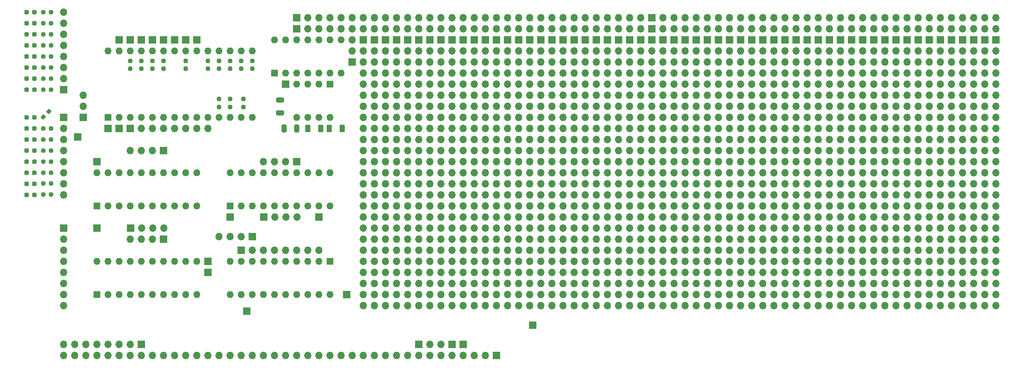
<source format=gbr>
%TF.GenerationSoftware,KiCad,Pcbnew,7.0.5*%
%TF.CreationDate,2024-08-12T05:07:02-04:00*%
%TF.ProjectId,smaller_card,736d616c-6c65-4725-9f63-6172642e6b69,rev?*%
%TF.SameCoordinates,Original*%
%TF.FileFunction,Soldermask,Bot*%
%TF.FilePolarity,Negative*%
%FSLAX46Y46*%
G04 Gerber Fmt 4.6, Leading zero omitted, Abs format (unit mm)*
G04 Created by KiCad (PCBNEW 7.0.5) date 2024-08-12 05:07:02*
%MOMM*%
%LPD*%
G01*
G04 APERTURE LIST*
G04 Aperture macros list*
%AMRoundRect*
0 Rectangle with rounded corners*
0 $1 Rounding radius*
0 $2 $3 $4 $5 $6 $7 $8 $9 X,Y pos of 4 corners*
0 Add a 4 corners polygon primitive as box body*
4,1,4,$2,$3,$4,$5,$6,$7,$8,$9,$2,$3,0*
0 Add four circle primitives for the rounded corners*
1,1,$1+$1,$2,$3*
1,1,$1+$1,$4,$5*
1,1,$1+$1,$6,$7*
1,1,$1+$1,$8,$9*
0 Add four rect primitives between the rounded corners*
20,1,$1+$1,$2,$3,$4,$5,0*
20,1,$1+$1,$4,$5,$6,$7,0*
20,1,$1+$1,$6,$7,$8,$9,0*
20,1,$1+$1,$8,$9,$2,$3,0*%
G04 Aperture macros list end*
%ADD10R,1.700000X1.700000*%
%ADD11O,1.700000X1.700000*%
%ADD12R,1.600000X1.600000*%
%ADD13O,1.600000X1.600000*%
%ADD14RoundRect,0.237500X0.237500X-0.250000X0.237500X0.250000X-0.237500X0.250000X-0.237500X-0.250000X0*%
%ADD15RoundRect,0.237500X-0.237500X0.250000X-0.237500X-0.250000X0.237500X-0.250000X0.237500X0.250000X0*%
%ADD16RoundRect,0.250000X0.325000X0.650000X-0.325000X0.650000X-0.325000X-0.650000X0.325000X-0.650000X0*%
%ADD17RoundRect,0.250000X-0.650000X0.325000X-0.650000X-0.325000X0.650000X-0.325000X0.650000X0.325000X0*%
%ADD18RoundRect,0.250000X-0.312500X-0.625000X0.312500X-0.625000X0.312500X0.625000X-0.312500X0.625000X0*%
%ADD19RoundRect,0.237500X0.250000X0.237500X-0.250000X0.237500X-0.250000X-0.237500X0.250000X-0.237500X0*%
%ADD20RoundRect,0.237500X-0.250000X-0.237500X0.250000X-0.237500X0.250000X0.237500X-0.250000X0.237500X0*%
%ADD21RoundRect,0.237500X-0.008839X-0.344715X0.344715X0.008839X0.008839X0.344715X-0.344715X-0.008839X0*%
%ADD22RoundRect,0.237500X-0.287500X-0.237500X0.287500X-0.237500X0.287500X0.237500X-0.287500X0.237500X0*%
%ADD23RoundRect,0.237500X0.287500X0.237500X-0.287500X0.237500X-0.287500X-0.237500X0.287500X-0.237500X0*%
G04 APERTURE END LIST*
D10*
%TO.C,J29*%
X188595000Y-132715000D03*
%TD*%
%TO.C,J12*%
X85725000Y-85090000D03*
D11*
X85725000Y-82550000D03*
X85725000Y-80010000D03*
%TD*%
D10*
%TO.C,J18*%
X84455000Y-89535000D03*
%TD*%
D12*
%TO.C,U5*%
X129540000Y-74930000D03*
D13*
X132080000Y-74930000D03*
X134620000Y-74930000D03*
X137160000Y-74930000D03*
X139700000Y-74930000D03*
X142240000Y-74930000D03*
X144780000Y-74930000D03*
X144780000Y-67310000D03*
X142240000Y-67310000D03*
X139700000Y-67310000D03*
X137160000Y-67310000D03*
X134620000Y-67310000D03*
X132080000Y-67310000D03*
X129540000Y-67310000D03*
%TD*%
D10*
%TO.C,J42*%
X134620000Y-64770000D03*
D11*
X137160000Y-64770000D03*
X139700000Y-64770000D03*
X142240000Y-64770000D03*
X144780000Y-64770000D03*
X147320000Y-64770000D03*
X149860000Y-64770000D03*
X152400000Y-64770000D03*
X154940000Y-64770000D03*
X157480000Y-64770000D03*
X160020000Y-64770000D03*
X162560000Y-64770000D03*
X165100000Y-64770000D03*
X167640000Y-64770000D03*
X170180000Y-64770000D03*
X172720000Y-64770000D03*
X175260000Y-64770000D03*
X177800000Y-64770000D03*
X180340000Y-64770000D03*
X182880000Y-64770000D03*
X185420000Y-64770000D03*
X187960000Y-64770000D03*
X190500000Y-64770000D03*
X193040000Y-64770000D03*
X195580000Y-64770000D03*
X198120000Y-64770000D03*
X200660000Y-64770000D03*
X203200000Y-64770000D03*
X205740000Y-64770000D03*
X208280000Y-64770000D03*
X210820000Y-64770000D03*
X213360000Y-64770000D03*
%TD*%
D10*
%TO.C,J41*%
X134620000Y-62230000D03*
D11*
X137160000Y-62230000D03*
X139700000Y-62230000D03*
X142240000Y-62230000D03*
X144780000Y-62230000D03*
X147320000Y-62230000D03*
X149860000Y-62230000D03*
X152400000Y-62230000D03*
X154940000Y-62230000D03*
X157480000Y-62230000D03*
X160020000Y-62230000D03*
X162560000Y-62230000D03*
X165100000Y-62230000D03*
X167640000Y-62230000D03*
X170180000Y-62230000D03*
X172720000Y-62230000D03*
X175260000Y-62230000D03*
X177800000Y-62230000D03*
X180340000Y-62230000D03*
X182880000Y-62230000D03*
X185420000Y-62230000D03*
X187960000Y-62230000D03*
X190500000Y-62230000D03*
X193040000Y-62230000D03*
X195580000Y-62230000D03*
X198120000Y-62230000D03*
X200660000Y-62230000D03*
X203200000Y-62230000D03*
X205740000Y-62230000D03*
X208280000Y-62230000D03*
X210820000Y-62230000D03*
X213360000Y-62230000D03*
%TD*%
D10*
%TO.C,J40*%
X88900000Y-110490000D03*
%TD*%
%TO.C,J39*%
X88900000Y-95250000D03*
%TD*%
%TO.C,J38*%
X114300000Y-120650000D03*
%TD*%
%TO.C,J37*%
X114300000Y-118110000D03*
%TD*%
%TO.C,J36*%
X119380000Y-107950000D03*
%TD*%
%TO.C,J35*%
X139700000Y-107950000D03*
%TD*%
%TO.C,J34*%
X123190000Y-129540000D03*
%TD*%
%TO.C,J33*%
X146050000Y-125730000D03*
%TD*%
%TO.C,J32*%
X215900000Y-62230000D03*
D11*
X218440000Y-62230000D03*
X220980000Y-62230000D03*
X223520000Y-62230000D03*
X226060000Y-62230000D03*
X228600000Y-62230000D03*
X231140000Y-62230000D03*
X233680000Y-62230000D03*
X236220000Y-62230000D03*
X238760000Y-62230000D03*
X241300000Y-62230000D03*
X243840000Y-62230000D03*
X246380000Y-62230000D03*
X248920000Y-62230000D03*
X251460000Y-62230000D03*
X254000000Y-62230000D03*
X256540000Y-62230000D03*
X259080000Y-62230000D03*
X261620000Y-62230000D03*
X264160000Y-62230000D03*
X266700000Y-62230000D03*
X269240000Y-62230000D03*
X271780000Y-62230000D03*
X274320000Y-62230000D03*
X276860000Y-62230000D03*
X279400000Y-62230000D03*
X281940000Y-62230000D03*
X284480000Y-62230000D03*
X287020000Y-62230000D03*
X289560000Y-62230000D03*
X292100000Y-62230000D03*
X294640000Y-62230000D03*
%TD*%
D10*
%TO.C,J31*%
X215900000Y-64770000D03*
D11*
X218440000Y-64770000D03*
X220980000Y-64770000D03*
X223520000Y-64770000D03*
X226060000Y-64770000D03*
X228600000Y-64770000D03*
X231140000Y-64770000D03*
X233680000Y-64770000D03*
X236220000Y-64770000D03*
X238760000Y-64770000D03*
X241300000Y-64770000D03*
X243840000Y-64770000D03*
X246380000Y-64770000D03*
X248920000Y-64770000D03*
X251460000Y-64770000D03*
X254000000Y-64770000D03*
X256540000Y-64770000D03*
X259080000Y-64770000D03*
X261620000Y-64770000D03*
X264160000Y-64770000D03*
X266700000Y-64770000D03*
X269240000Y-64770000D03*
X271780000Y-64770000D03*
X274320000Y-64770000D03*
X276860000Y-64770000D03*
X279400000Y-64770000D03*
X281940000Y-64770000D03*
X284480000Y-64770000D03*
X287020000Y-64770000D03*
X289560000Y-64770000D03*
X292100000Y-64770000D03*
X294640000Y-64770000D03*
%TD*%
D10*
%TO.C,JCol1*%
X152400000Y-67315000D03*
D11*
X152400000Y-69855000D03*
X152400000Y-72395000D03*
X152400000Y-74935000D03*
X152400000Y-77475000D03*
X152400000Y-80015000D03*
X152400000Y-82555000D03*
X152400000Y-85095000D03*
X152400000Y-87635000D03*
X152400000Y-90175000D03*
X152400000Y-92715000D03*
X152400000Y-95255000D03*
X152400000Y-97795000D03*
X152400000Y-100335000D03*
X152400000Y-102875000D03*
X152400000Y-105415000D03*
X152400000Y-107955000D03*
X152400000Y-110495000D03*
X152400000Y-113035000D03*
X152400000Y-115575000D03*
X152400000Y-118115000D03*
X152400000Y-120655000D03*
X152400000Y-123195000D03*
X152400000Y-125735000D03*
X152400000Y-128275000D03*
%TD*%
D10*
%TO.C,CONNECTIONS1*%
X149860000Y-67310000D03*
D11*
X149860000Y-69850000D03*
X149860000Y-72390000D03*
X149860000Y-74930000D03*
X149860000Y-77470000D03*
X149860000Y-80010000D03*
X149860000Y-82550000D03*
X149860000Y-85090000D03*
X149860000Y-87630000D03*
X149860000Y-90170000D03*
X149860000Y-92710000D03*
X149860000Y-95250000D03*
X149860000Y-97790000D03*
X149860000Y-100330000D03*
X149860000Y-102870000D03*
X149860000Y-105410000D03*
X149860000Y-107950000D03*
X149860000Y-110490000D03*
X149860000Y-113030000D03*
X149860000Y-115570000D03*
X149860000Y-118110000D03*
X149860000Y-120650000D03*
X149860000Y-123190000D03*
X149860000Y-125730000D03*
X149860000Y-128270000D03*
%TD*%
D10*
%TO.C,3V3*%
X170180000Y-137160000D03*
%TD*%
%TO.C,RST*%
X172720000Y-137160000D03*
%TD*%
%TO.C,J28*%
X132080000Y-77470000D03*
%TD*%
D14*
%TO.C,r86*%
X114300000Y-73937500D03*
X114300000Y-72112500D03*
%TD*%
%TO.C,r85*%
X116840000Y-73937500D03*
X116840000Y-72112500D03*
%TD*%
%TO.C,r84*%
X119380000Y-73937500D03*
X119380000Y-72112500D03*
%TD*%
%TO.C,r83*%
X121920000Y-73937500D03*
X121920000Y-72112500D03*
%TD*%
%TO.C,r82*%
X124460000Y-73937500D03*
X124460000Y-72112500D03*
%TD*%
D10*
%TO.C,J27*%
X111760000Y-67310000D03*
%TD*%
%TO.C,J26*%
X106680000Y-67310000D03*
%TD*%
%TO.C,J16*%
X93980000Y-67310000D03*
%TD*%
%TO.C,J25*%
X91440000Y-87630000D03*
%TD*%
%TO.C,J24*%
X96520000Y-67310000D03*
%TD*%
%TO.C,J23*%
X93980000Y-87630000D03*
%TD*%
%TO.C,J22*%
X104140000Y-67310000D03*
%TD*%
%TO.C,J21*%
X109220000Y-67310000D03*
%TD*%
%TO.C,J20*%
X101600000Y-67310000D03*
%TD*%
%TO.C,J19*%
X99060000Y-67310000D03*
%TD*%
%TO.C,J17*%
X96520000Y-87630000D03*
D11*
X99060000Y-87630000D03*
X101600000Y-87630000D03*
X104140000Y-87630000D03*
X106680000Y-87630000D03*
X109220000Y-87630000D03*
X111760000Y-87630000D03*
X114300000Y-87630000D03*
%TD*%
D12*
%TO.C,U4*%
X91440000Y-85090000D03*
D13*
X93980000Y-85090000D03*
X96520000Y-85090000D03*
X99060000Y-85090000D03*
X101600000Y-85090000D03*
X104140000Y-85090000D03*
X106680000Y-85090000D03*
X109220000Y-85090000D03*
X111760000Y-85090000D03*
X114300000Y-85090000D03*
X116840000Y-85090000D03*
X119380000Y-85090000D03*
X121920000Y-85090000D03*
X124460000Y-85090000D03*
X124460000Y-69850000D03*
X121920000Y-69850000D03*
X119380000Y-69850000D03*
X116840000Y-69850000D03*
X114300000Y-69850000D03*
X111760000Y-69850000D03*
X109220000Y-69850000D03*
X106680000Y-69850000D03*
X104140000Y-69850000D03*
X101600000Y-69850000D03*
X99060000Y-69850000D03*
X96520000Y-69850000D03*
X93980000Y-69850000D03*
X91440000Y-69850000D03*
%TD*%
D15*
%TO.C,r73*%
X122428000Y-82700500D03*
X122428000Y-80875500D03*
%TD*%
%TO.C,r72*%
X119380000Y-82700500D03*
X119380000Y-80875500D03*
%TD*%
%TO.C,r71*%
X116840000Y-82700500D03*
X116840000Y-80875500D03*
%TD*%
%TO.C,r69*%
X96520000Y-72112500D03*
X96520000Y-73937500D03*
%TD*%
%TO.C,r67*%
X104140000Y-72112500D03*
X104140000Y-73937500D03*
%TD*%
%TO.C,r66*%
X109220000Y-73937500D03*
X109220000Y-72112500D03*
%TD*%
%TO.C,r65*%
X101600000Y-73937500D03*
X101600000Y-72112500D03*
%TD*%
%TO.C,r64*%
X99060000Y-72112500D03*
X99060000Y-73937500D03*
%TD*%
D10*
%TO.C,J15*%
X81280000Y-78740000D03*
D11*
X81280000Y-76200000D03*
X81280000Y-73660000D03*
X81280000Y-71120000D03*
X81280000Y-68580000D03*
X81280000Y-66040000D03*
X81280000Y-63500000D03*
X81280000Y-60960000D03*
%TD*%
D10*
%TO.C,J14*%
X162560000Y-137160000D03*
D11*
X165100000Y-137160000D03*
X167640000Y-137160000D03*
%TD*%
D10*
%TO.C,J13*%
X147320000Y-72390000D03*
D11*
X147320000Y-69850000D03*
X147320000Y-67310000D03*
%TD*%
D16*
%TO.C,C4*%
X134620000Y-87630000D03*
X131670000Y-87630000D03*
%TD*%
D17*
%TO.C,C3*%
X130810000Y-81075000D03*
X130810000Y-84025000D03*
%TD*%
D18*
%TO.C,5V_rsns3*%
X137160000Y-87630000D03*
X140085000Y-87630000D03*
%TD*%
%TO.C,5V_rsns2*%
X142047500Y-87630000D03*
X144972500Y-87630000D03*
%TD*%
D19*
%TO.C,r3*%
X78382500Y-92710000D03*
X76557500Y-92710000D03*
%TD*%
D20*
%TO.C,r55*%
X76557500Y-90170000D03*
X78382500Y-90170000D03*
%TD*%
%TO.C,r54*%
X76557500Y-87630000D03*
X78382500Y-87630000D03*
%TD*%
D21*
%TO.C,r53*%
X76570765Y-84973235D03*
X77861235Y-83682765D03*
%TD*%
D22*
%TO.C,D40*%
X72785000Y-85090000D03*
X74535000Y-85090000D03*
%TD*%
%TO.C,D39*%
X72785000Y-90170000D03*
X74535000Y-90170000D03*
%TD*%
%TO.C,D38*%
X72785000Y-87630000D03*
X74535000Y-87630000D03*
%TD*%
D11*
%TO.C,J11*%
X96520000Y-92710000D03*
X99060000Y-92710000D03*
X101600000Y-92710000D03*
D10*
X104140000Y-92710000D03*
%TD*%
%TO.C,J10*%
X96530000Y-110490000D03*
D11*
X99070000Y-110490000D03*
X101610000Y-110490000D03*
X104150000Y-110490000D03*
%TD*%
D10*
%TO.C,J9*%
X104140000Y-113030000D03*
D11*
X101600000Y-113030000D03*
X99060000Y-113030000D03*
X96520000Y-113030000D03*
%TD*%
D10*
%TO.C,J8*%
X124460000Y-112395000D03*
D11*
X121920000Y-112395000D03*
X119380000Y-112395000D03*
X116840000Y-112395000D03*
%TD*%
D10*
%TO.C,J7*%
X134610000Y-95250000D03*
D11*
X132070000Y-95250000D03*
X129530000Y-95250000D03*
X126990000Y-95250000D03*
%TD*%
D10*
%TO.C,J6*%
X127010000Y-107950000D03*
D11*
X129550000Y-107950000D03*
X132090000Y-107950000D03*
X134630000Y-107950000D03*
%TD*%
%TO.C,J5*%
X139700000Y-115570000D03*
X137160000Y-115570000D03*
X134620000Y-115570000D03*
X132080000Y-115570000D03*
X129540000Y-115570000D03*
X127000000Y-115570000D03*
X124460000Y-115570000D03*
D10*
X121920000Y-115570000D03*
%TD*%
%TO.C,JCol3*%
X160020000Y-67295000D03*
D11*
X160020000Y-69835000D03*
X160020000Y-72375000D03*
X160020000Y-74915000D03*
X160020000Y-77455000D03*
X160020000Y-79995000D03*
X160020000Y-82535000D03*
X160020000Y-85075000D03*
X160020000Y-87615000D03*
X160020000Y-90155000D03*
X160020000Y-92695000D03*
X160020000Y-95235000D03*
X160020000Y-97775000D03*
X160020000Y-100315000D03*
X160020000Y-102855000D03*
X160020000Y-105395000D03*
X160020000Y-107935000D03*
X160020000Y-110475000D03*
X160020000Y-113015000D03*
X160020000Y-115555000D03*
X160020000Y-118095000D03*
X160020000Y-120635000D03*
X160020000Y-123175000D03*
X160020000Y-125715000D03*
X160020000Y-128255000D03*
%TD*%
D10*
%TO.C,JCol2*%
X157480000Y-67295000D03*
D11*
X157480000Y-69835000D03*
X157480000Y-72375000D03*
X157480000Y-74915000D03*
X157480000Y-77455000D03*
X157480000Y-79995000D03*
X157480000Y-82535000D03*
X157480000Y-85075000D03*
X157480000Y-87615000D03*
X157480000Y-90155000D03*
X157480000Y-92695000D03*
X157480000Y-95235000D03*
X157480000Y-97775000D03*
X157480000Y-100315000D03*
X157480000Y-102855000D03*
X157480000Y-105395000D03*
X157480000Y-107935000D03*
X157480000Y-110475000D03*
X157480000Y-113015000D03*
X157480000Y-115555000D03*
X157480000Y-118095000D03*
X157480000Y-120635000D03*
X157480000Y-123175000D03*
X157480000Y-125715000D03*
X157480000Y-128255000D03*
%TD*%
D10*
%TO.C,JCol1*%
X154940000Y-67295000D03*
D11*
X154940000Y-69835000D03*
X154940000Y-72375000D03*
X154940000Y-74915000D03*
X154940000Y-77455000D03*
X154940000Y-79995000D03*
X154940000Y-82535000D03*
X154940000Y-85075000D03*
X154940000Y-87615000D03*
X154940000Y-90155000D03*
X154940000Y-92695000D03*
X154940000Y-95235000D03*
X154940000Y-97775000D03*
X154940000Y-100315000D03*
X154940000Y-102855000D03*
X154940000Y-105395000D03*
X154940000Y-107935000D03*
X154940000Y-110475000D03*
X154940000Y-113015000D03*
X154940000Y-115555000D03*
X154940000Y-118095000D03*
X154940000Y-120635000D03*
X154940000Y-123175000D03*
X154940000Y-125715000D03*
X154940000Y-128255000D03*
%TD*%
D10*
%TO.C,JCol3*%
X167640000Y-67300000D03*
D11*
X167640000Y-69840000D03*
X167640000Y-72380000D03*
X167640000Y-74920000D03*
X167640000Y-77460000D03*
X167640000Y-80000000D03*
X167640000Y-82540000D03*
X167640000Y-85080000D03*
X167640000Y-87620000D03*
X167640000Y-90160000D03*
X167640000Y-92700000D03*
X167640000Y-95240000D03*
X167640000Y-97780000D03*
X167640000Y-100320000D03*
X167640000Y-102860000D03*
X167640000Y-105400000D03*
X167640000Y-107940000D03*
X167640000Y-110480000D03*
X167640000Y-113020000D03*
X167640000Y-115560000D03*
X167640000Y-118100000D03*
X167640000Y-120640000D03*
X167640000Y-123180000D03*
X167640000Y-125720000D03*
X167640000Y-128260000D03*
%TD*%
D10*
%TO.C,JCol2*%
X165100000Y-67300000D03*
D11*
X165100000Y-69840000D03*
X165100000Y-72380000D03*
X165100000Y-74920000D03*
X165100000Y-77460000D03*
X165100000Y-80000000D03*
X165100000Y-82540000D03*
X165100000Y-85080000D03*
X165100000Y-87620000D03*
X165100000Y-90160000D03*
X165100000Y-92700000D03*
X165100000Y-95240000D03*
X165100000Y-97780000D03*
X165100000Y-100320000D03*
X165100000Y-102860000D03*
X165100000Y-105400000D03*
X165100000Y-107940000D03*
X165100000Y-110480000D03*
X165100000Y-113020000D03*
X165100000Y-115560000D03*
X165100000Y-118100000D03*
X165100000Y-120640000D03*
X165100000Y-123180000D03*
X165100000Y-125720000D03*
X165100000Y-128260000D03*
%TD*%
D10*
%TO.C,JCol1*%
X162560000Y-67300000D03*
D11*
X162560000Y-69840000D03*
X162560000Y-72380000D03*
X162560000Y-74920000D03*
X162560000Y-77460000D03*
X162560000Y-80000000D03*
X162560000Y-82540000D03*
X162560000Y-85080000D03*
X162560000Y-87620000D03*
X162560000Y-90160000D03*
X162560000Y-92700000D03*
X162560000Y-95240000D03*
X162560000Y-97780000D03*
X162560000Y-100320000D03*
X162560000Y-102860000D03*
X162560000Y-105400000D03*
X162560000Y-107940000D03*
X162560000Y-110480000D03*
X162560000Y-113020000D03*
X162560000Y-115560000D03*
X162560000Y-118100000D03*
X162560000Y-120640000D03*
X162560000Y-123180000D03*
X162560000Y-125720000D03*
X162560000Y-128260000D03*
%TD*%
D10*
%TO.C,JCol3*%
X175260000Y-67305000D03*
D11*
X175260000Y-69845000D03*
X175260000Y-72385000D03*
X175260000Y-74925000D03*
X175260000Y-77465000D03*
X175260000Y-80005000D03*
X175260000Y-82545000D03*
X175260000Y-85085000D03*
X175260000Y-87625000D03*
X175260000Y-90165000D03*
X175260000Y-92705000D03*
X175260000Y-95245000D03*
X175260000Y-97785000D03*
X175260000Y-100325000D03*
X175260000Y-102865000D03*
X175260000Y-105405000D03*
X175260000Y-107945000D03*
X175260000Y-110485000D03*
X175260000Y-113025000D03*
X175260000Y-115565000D03*
X175260000Y-118105000D03*
X175260000Y-120645000D03*
X175260000Y-123185000D03*
X175260000Y-125725000D03*
X175260000Y-128265000D03*
%TD*%
D10*
%TO.C,JCol2*%
X172720000Y-67305000D03*
D11*
X172720000Y-69845000D03*
X172720000Y-72385000D03*
X172720000Y-74925000D03*
X172720000Y-77465000D03*
X172720000Y-80005000D03*
X172720000Y-82545000D03*
X172720000Y-85085000D03*
X172720000Y-87625000D03*
X172720000Y-90165000D03*
X172720000Y-92705000D03*
X172720000Y-95245000D03*
X172720000Y-97785000D03*
X172720000Y-100325000D03*
X172720000Y-102865000D03*
X172720000Y-105405000D03*
X172720000Y-107945000D03*
X172720000Y-110485000D03*
X172720000Y-113025000D03*
X172720000Y-115565000D03*
X172720000Y-118105000D03*
X172720000Y-120645000D03*
X172720000Y-123185000D03*
X172720000Y-125725000D03*
X172720000Y-128265000D03*
%TD*%
D10*
%TO.C,JCol1*%
X170180000Y-67305000D03*
D11*
X170180000Y-69845000D03*
X170180000Y-72385000D03*
X170180000Y-74925000D03*
X170180000Y-77465000D03*
X170180000Y-80005000D03*
X170180000Y-82545000D03*
X170180000Y-85085000D03*
X170180000Y-87625000D03*
X170180000Y-90165000D03*
X170180000Y-92705000D03*
X170180000Y-95245000D03*
X170180000Y-97785000D03*
X170180000Y-100325000D03*
X170180000Y-102865000D03*
X170180000Y-105405000D03*
X170180000Y-107945000D03*
X170180000Y-110485000D03*
X170180000Y-113025000D03*
X170180000Y-115565000D03*
X170180000Y-118105000D03*
X170180000Y-120645000D03*
X170180000Y-123185000D03*
X170180000Y-125725000D03*
X170180000Y-128265000D03*
%TD*%
D10*
%TO.C,JCol16*%
X215900000Y-67310000D03*
D11*
X215900000Y-69850000D03*
X215900000Y-72390000D03*
X215900000Y-74930000D03*
X215900000Y-77470000D03*
X215900000Y-80010000D03*
X215900000Y-82550000D03*
X215900000Y-85090000D03*
X215900000Y-87630000D03*
X215900000Y-90170000D03*
X215900000Y-92710000D03*
X215900000Y-95250000D03*
X215900000Y-97790000D03*
X215900000Y-100330000D03*
X215900000Y-102870000D03*
X215900000Y-105410000D03*
X215900000Y-107950000D03*
X215900000Y-110490000D03*
X215900000Y-113030000D03*
X215900000Y-115570000D03*
X215900000Y-118110000D03*
X215900000Y-120650000D03*
X215900000Y-123190000D03*
X215900000Y-125730000D03*
X215900000Y-128270000D03*
%TD*%
D10*
%TO.C,JCol11*%
X203200000Y-67310000D03*
D11*
X203200000Y-69850000D03*
X203200000Y-72390000D03*
X203200000Y-74930000D03*
X203200000Y-77470000D03*
X203200000Y-80010000D03*
X203200000Y-82550000D03*
X203200000Y-85090000D03*
X203200000Y-87630000D03*
X203200000Y-90170000D03*
X203200000Y-92710000D03*
X203200000Y-95250000D03*
X203200000Y-97790000D03*
X203200000Y-100330000D03*
X203200000Y-102870000D03*
X203200000Y-105410000D03*
X203200000Y-107950000D03*
X203200000Y-110490000D03*
X203200000Y-113030000D03*
X203200000Y-115570000D03*
X203200000Y-118110000D03*
X203200000Y-120650000D03*
X203200000Y-123190000D03*
X203200000Y-125730000D03*
X203200000Y-128270000D03*
%TD*%
D10*
%TO.C,JCol10*%
X200660000Y-67310000D03*
D11*
X200660000Y-69850000D03*
X200660000Y-72390000D03*
X200660000Y-74930000D03*
X200660000Y-77470000D03*
X200660000Y-80010000D03*
X200660000Y-82550000D03*
X200660000Y-85090000D03*
X200660000Y-87630000D03*
X200660000Y-90170000D03*
X200660000Y-92710000D03*
X200660000Y-95250000D03*
X200660000Y-97790000D03*
X200660000Y-100330000D03*
X200660000Y-102870000D03*
X200660000Y-105410000D03*
X200660000Y-107950000D03*
X200660000Y-110490000D03*
X200660000Y-113030000D03*
X200660000Y-115570000D03*
X200660000Y-118110000D03*
X200660000Y-120650000D03*
X200660000Y-123190000D03*
X200660000Y-125730000D03*
X200660000Y-128270000D03*
%TD*%
D10*
%TO.C,JCol4*%
X185420000Y-67310000D03*
D11*
X185420000Y-69850000D03*
X185420000Y-72390000D03*
X185420000Y-74930000D03*
X185420000Y-77470000D03*
X185420000Y-80010000D03*
X185420000Y-82550000D03*
X185420000Y-85090000D03*
X185420000Y-87630000D03*
X185420000Y-90170000D03*
X185420000Y-92710000D03*
X185420000Y-95250000D03*
X185420000Y-97790000D03*
X185420000Y-100330000D03*
X185420000Y-102870000D03*
X185420000Y-105410000D03*
X185420000Y-107950000D03*
X185420000Y-110490000D03*
X185420000Y-113030000D03*
X185420000Y-115570000D03*
X185420000Y-118110000D03*
X185420000Y-120650000D03*
X185420000Y-123190000D03*
X185420000Y-125730000D03*
X185420000Y-128270000D03*
%TD*%
D10*
%TO.C,JCol3*%
X182880000Y-67310000D03*
D11*
X182880000Y-69850000D03*
X182880000Y-72390000D03*
X182880000Y-74930000D03*
X182880000Y-77470000D03*
X182880000Y-80010000D03*
X182880000Y-82550000D03*
X182880000Y-85090000D03*
X182880000Y-87630000D03*
X182880000Y-90170000D03*
X182880000Y-92710000D03*
X182880000Y-95250000D03*
X182880000Y-97790000D03*
X182880000Y-100330000D03*
X182880000Y-102870000D03*
X182880000Y-105410000D03*
X182880000Y-107950000D03*
X182880000Y-110490000D03*
X182880000Y-113030000D03*
X182880000Y-115570000D03*
X182880000Y-118110000D03*
X182880000Y-120650000D03*
X182880000Y-123190000D03*
X182880000Y-125730000D03*
X182880000Y-128270000D03*
%TD*%
D10*
%TO.C,JCol13*%
X208280000Y-67310000D03*
D11*
X208280000Y-69850000D03*
X208280000Y-72390000D03*
X208280000Y-74930000D03*
X208280000Y-77470000D03*
X208280000Y-80010000D03*
X208280000Y-82550000D03*
X208280000Y-85090000D03*
X208280000Y-87630000D03*
X208280000Y-90170000D03*
X208280000Y-92710000D03*
X208280000Y-95250000D03*
X208280000Y-97790000D03*
X208280000Y-100330000D03*
X208280000Y-102870000D03*
X208280000Y-105410000D03*
X208280000Y-107950000D03*
X208280000Y-110490000D03*
X208280000Y-113030000D03*
X208280000Y-115570000D03*
X208280000Y-118110000D03*
X208280000Y-120650000D03*
X208280000Y-123190000D03*
X208280000Y-125730000D03*
X208280000Y-128270000D03*
%TD*%
D10*
%TO.C,JCol7*%
X193040000Y-67310000D03*
D11*
X193040000Y-69850000D03*
X193040000Y-72390000D03*
X193040000Y-74930000D03*
X193040000Y-77470000D03*
X193040000Y-80010000D03*
X193040000Y-82550000D03*
X193040000Y-85090000D03*
X193040000Y-87630000D03*
X193040000Y-90170000D03*
X193040000Y-92710000D03*
X193040000Y-95250000D03*
X193040000Y-97790000D03*
X193040000Y-100330000D03*
X193040000Y-102870000D03*
X193040000Y-105410000D03*
X193040000Y-107950000D03*
X193040000Y-110490000D03*
X193040000Y-113030000D03*
X193040000Y-115570000D03*
X193040000Y-118110000D03*
X193040000Y-120650000D03*
X193040000Y-123190000D03*
X193040000Y-125730000D03*
X193040000Y-128270000D03*
%TD*%
D10*
%TO.C,JCol12*%
X205740000Y-67310000D03*
D11*
X205740000Y-69850000D03*
X205740000Y-72390000D03*
X205740000Y-74930000D03*
X205740000Y-77470000D03*
X205740000Y-80010000D03*
X205740000Y-82550000D03*
X205740000Y-85090000D03*
X205740000Y-87630000D03*
X205740000Y-90170000D03*
X205740000Y-92710000D03*
X205740000Y-95250000D03*
X205740000Y-97790000D03*
X205740000Y-100330000D03*
X205740000Y-102870000D03*
X205740000Y-105410000D03*
X205740000Y-107950000D03*
X205740000Y-110490000D03*
X205740000Y-113030000D03*
X205740000Y-115570000D03*
X205740000Y-118110000D03*
X205740000Y-120650000D03*
X205740000Y-123190000D03*
X205740000Y-125730000D03*
X205740000Y-128270000D03*
%TD*%
D10*
%TO.C,JCol5*%
X187960000Y-67310000D03*
D11*
X187960000Y-69850000D03*
X187960000Y-72390000D03*
X187960000Y-74930000D03*
X187960000Y-77470000D03*
X187960000Y-80010000D03*
X187960000Y-82550000D03*
X187960000Y-85090000D03*
X187960000Y-87630000D03*
X187960000Y-90170000D03*
X187960000Y-92710000D03*
X187960000Y-95250000D03*
X187960000Y-97790000D03*
X187960000Y-100330000D03*
X187960000Y-102870000D03*
X187960000Y-105410000D03*
X187960000Y-107950000D03*
X187960000Y-110490000D03*
X187960000Y-113030000D03*
X187960000Y-115570000D03*
X187960000Y-118110000D03*
X187960000Y-120650000D03*
X187960000Y-123190000D03*
X187960000Y-125730000D03*
X187960000Y-128270000D03*
%TD*%
D10*
%TO.C,JCol14*%
X210820000Y-67310000D03*
D11*
X210820000Y-69850000D03*
X210820000Y-72390000D03*
X210820000Y-74930000D03*
X210820000Y-77470000D03*
X210820000Y-80010000D03*
X210820000Y-82550000D03*
X210820000Y-85090000D03*
X210820000Y-87630000D03*
X210820000Y-90170000D03*
X210820000Y-92710000D03*
X210820000Y-95250000D03*
X210820000Y-97790000D03*
X210820000Y-100330000D03*
X210820000Y-102870000D03*
X210820000Y-105410000D03*
X210820000Y-107950000D03*
X210820000Y-110490000D03*
X210820000Y-113030000D03*
X210820000Y-115570000D03*
X210820000Y-118110000D03*
X210820000Y-120650000D03*
X210820000Y-123190000D03*
X210820000Y-125730000D03*
X210820000Y-128270000D03*
%TD*%
D10*
%TO.C,JCol15*%
X213360000Y-67310000D03*
D11*
X213360000Y-69850000D03*
X213360000Y-72390000D03*
X213360000Y-74930000D03*
X213360000Y-77470000D03*
X213360000Y-80010000D03*
X213360000Y-82550000D03*
X213360000Y-85090000D03*
X213360000Y-87630000D03*
X213360000Y-90170000D03*
X213360000Y-92710000D03*
X213360000Y-95250000D03*
X213360000Y-97790000D03*
X213360000Y-100330000D03*
X213360000Y-102870000D03*
X213360000Y-105410000D03*
X213360000Y-107950000D03*
X213360000Y-110490000D03*
X213360000Y-113030000D03*
X213360000Y-115570000D03*
X213360000Y-118110000D03*
X213360000Y-120650000D03*
X213360000Y-123190000D03*
X213360000Y-125730000D03*
X213360000Y-128270000D03*
%TD*%
D10*
%TO.C,JCol8*%
X195580000Y-67310000D03*
D11*
X195580000Y-69850000D03*
X195580000Y-72390000D03*
X195580000Y-74930000D03*
X195580000Y-77470000D03*
X195580000Y-80010000D03*
X195580000Y-82550000D03*
X195580000Y-85090000D03*
X195580000Y-87630000D03*
X195580000Y-90170000D03*
X195580000Y-92710000D03*
X195580000Y-95250000D03*
X195580000Y-97790000D03*
X195580000Y-100330000D03*
X195580000Y-102870000D03*
X195580000Y-105410000D03*
X195580000Y-107950000D03*
X195580000Y-110490000D03*
X195580000Y-113030000D03*
X195580000Y-115570000D03*
X195580000Y-118110000D03*
X195580000Y-120650000D03*
X195580000Y-123190000D03*
X195580000Y-125730000D03*
X195580000Y-128270000D03*
%TD*%
D10*
%TO.C,JCol1*%
X177800000Y-67310000D03*
D11*
X177800000Y-69850000D03*
X177800000Y-72390000D03*
X177800000Y-74930000D03*
X177800000Y-77470000D03*
X177800000Y-80010000D03*
X177800000Y-82550000D03*
X177800000Y-85090000D03*
X177800000Y-87630000D03*
X177800000Y-90170000D03*
X177800000Y-92710000D03*
X177800000Y-95250000D03*
X177800000Y-97790000D03*
X177800000Y-100330000D03*
X177800000Y-102870000D03*
X177800000Y-105410000D03*
X177800000Y-107950000D03*
X177800000Y-110490000D03*
X177800000Y-113030000D03*
X177800000Y-115570000D03*
X177800000Y-118110000D03*
X177800000Y-120650000D03*
X177800000Y-123190000D03*
X177800000Y-125730000D03*
X177800000Y-128270000D03*
%TD*%
D10*
%TO.C,JCol2*%
X180340000Y-67310000D03*
D11*
X180340000Y-69850000D03*
X180340000Y-72390000D03*
X180340000Y-74930000D03*
X180340000Y-77470000D03*
X180340000Y-80010000D03*
X180340000Y-82550000D03*
X180340000Y-85090000D03*
X180340000Y-87630000D03*
X180340000Y-90170000D03*
X180340000Y-92710000D03*
X180340000Y-95250000D03*
X180340000Y-97790000D03*
X180340000Y-100330000D03*
X180340000Y-102870000D03*
X180340000Y-105410000D03*
X180340000Y-107950000D03*
X180340000Y-110490000D03*
X180340000Y-113030000D03*
X180340000Y-115570000D03*
X180340000Y-118110000D03*
X180340000Y-120650000D03*
X180340000Y-123190000D03*
X180340000Y-125730000D03*
X180340000Y-128270000D03*
%TD*%
D10*
%TO.C,JCol9*%
X198120000Y-67310000D03*
D11*
X198120000Y-69850000D03*
X198120000Y-72390000D03*
X198120000Y-74930000D03*
X198120000Y-77470000D03*
X198120000Y-80010000D03*
X198120000Y-82550000D03*
X198120000Y-85090000D03*
X198120000Y-87630000D03*
X198120000Y-90170000D03*
X198120000Y-92710000D03*
X198120000Y-95250000D03*
X198120000Y-97790000D03*
X198120000Y-100330000D03*
X198120000Y-102870000D03*
X198120000Y-105410000D03*
X198120000Y-107950000D03*
X198120000Y-110490000D03*
X198120000Y-113030000D03*
X198120000Y-115570000D03*
X198120000Y-118110000D03*
X198120000Y-120650000D03*
X198120000Y-123190000D03*
X198120000Y-125730000D03*
X198120000Y-128270000D03*
%TD*%
D10*
%TO.C,JCol6*%
X190500000Y-67310000D03*
D11*
X190500000Y-69850000D03*
X190500000Y-72390000D03*
X190500000Y-74930000D03*
X190500000Y-77470000D03*
X190500000Y-80010000D03*
X190500000Y-82550000D03*
X190500000Y-85090000D03*
X190500000Y-87630000D03*
X190500000Y-90170000D03*
X190500000Y-92710000D03*
X190500000Y-95250000D03*
X190500000Y-97790000D03*
X190500000Y-100330000D03*
X190500000Y-102870000D03*
X190500000Y-105410000D03*
X190500000Y-107950000D03*
X190500000Y-110490000D03*
X190500000Y-113030000D03*
X190500000Y-115570000D03*
X190500000Y-118110000D03*
X190500000Y-120650000D03*
X190500000Y-123190000D03*
X190500000Y-125730000D03*
X190500000Y-128270000D03*
%TD*%
D10*
%TO.C,J4*%
X81280000Y-110490000D03*
D11*
X81280000Y-113030000D03*
X81280000Y-115570000D03*
X81280000Y-118110000D03*
X81280000Y-120650000D03*
X81280000Y-123190000D03*
X81280000Y-125730000D03*
X81280000Y-128270000D03*
%TD*%
%TO.C,J3*%
X81280000Y-102870000D03*
X81280000Y-100330000D03*
X81280000Y-97790000D03*
X81280000Y-95250000D03*
X81280000Y-92710000D03*
X81280000Y-90170000D03*
X81280000Y-87630000D03*
D10*
X81280000Y-85090000D03*
%TD*%
%TO.C,J2*%
X99060000Y-137160000D03*
D11*
X96520000Y-137160000D03*
X93980000Y-137160000D03*
X91440000Y-137160000D03*
X88900000Y-137160000D03*
X86360000Y-137160000D03*
X83820000Y-137160000D03*
X81280000Y-137160000D03*
%TD*%
D10*
%TO.C,JCol32*%
X294640000Y-67310000D03*
D11*
X294640000Y-69850000D03*
X294640000Y-72390000D03*
X294640000Y-74930000D03*
X294640000Y-77470000D03*
X294640000Y-80010000D03*
X294640000Y-82550000D03*
X294640000Y-85090000D03*
X294640000Y-87630000D03*
X294640000Y-90170000D03*
X294640000Y-92710000D03*
X294640000Y-95250000D03*
X294640000Y-97790000D03*
X294640000Y-100330000D03*
X294640000Y-102870000D03*
X294640000Y-105410000D03*
X294640000Y-107950000D03*
X294640000Y-110490000D03*
X294640000Y-113030000D03*
X294640000Y-115570000D03*
X294640000Y-118110000D03*
X294640000Y-120650000D03*
X294640000Y-123190000D03*
X294640000Y-125730000D03*
X294640000Y-128270000D03*
%TD*%
D10*
%TO.C,JCol31*%
X292100000Y-67310000D03*
D11*
X292100000Y-69850000D03*
X292100000Y-72390000D03*
X292100000Y-74930000D03*
X292100000Y-77470000D03*
X292100000Y-80010000D03*
X292100000Y-82550000D03*
X292100000Y-85090000D03*
X292100000Y-87630000D03*
X292100000Y-90170000D03*
X292100000Y-92710000D03*
X292100000Y-95250000D03*
X292100000Y-97790000D03*
X292100000Y-100330000D03*
X292100000Y-102870000D03*
X292100000Y-105410000D03*
X292100000Y-107950000D03*
X292100000Y-110490000D03*
X292100000Y-113030000D03*
X292100000Y-115570000D03*
X292100000Y-118110000D03*
X292100000Y-120650000D03*
X292100000Y-123190000D03*
X292100000Y-125730000D03*
X292100000Y-128270000D03*
%TD*%
D10*
%TO.C,JCol30*%
X289560000Y-67310000D03*
D11*
X289560000Y-69850000D03*
X289560000Y-72390000D03*
X289560000Y-74930000D03*
X289560000Y-77470000D03*
X289560000Y-80010000D03*
X289560000Y-82550000D03*
X289560000Y-85090000D03*
X289560000Y-87630000D03*
X289560000Y-90170000D03*
X289560000Y-92710000D03*
X289560000Y-95250000D03*
X289560000Y-97790000D03*
X289560000Y-100330000D03*
X289560000Y-102870000D03*
X289560000Y-105410000D03*
X289560000Y-107950000D03*
X289560000Y-110490000D03*
X289560000Y-113030000D03*
X289560000Y-115570000D03*
X289560000Y-118110000D03*
X289560000Y-120650000D03*
X289560000Y-123190000D03*
X289560000Y-125730000D03*
X289560000Y-128270000D03*
%TD*%
D10*
%TO.C,JCol29*%
X287020000Y-67310000D03*
D11*
X287020000Y-69850000D03*
X287020000Y-72390000D03*
X287020000Y-74930000D03*
X287020000Y-77470000D03*
X287020000Y-80010000D03*
X287020000Y-82550000D03*
X287020000Y-85090000D03*
X287020000Y-87630000D03*
X287020000Y-90170000D03*
X287020000Y-92710000D03*
X287020000Y-95250000D03*
X287020000Y-97790000D03*
X287020000Y-100330000D03*
X287020000Y-102870000D03*
X287020000Y-105410000D03*
X287020000Y-107950000D03*
X287020000Y-110490000D03*
X287020000Y-113030000D03*
X287020000Y-115570000D03*
X287020000Y-118110000D03*
X287020000Y-120650000D03*
X287020000Y-123190000D03*
X287020000Y-125730000D03*
X287020000Y-128270000D03*
%TD*%
D10*
%TO.C,JCol28*%
X284480000Y-67310000D03*
D11*
X284480000Y-69850000D03*
X284480000Y-72390000D03*
X284480000Y-74930000D03*
X284480000Y-77470000D03*
X284480000Y-80010000D03*
X284480000Y-82550000D03*
X284480000Y-85090000D03*
X284480000Y-87630000D03*
X284480000Y-90170000D03*
X284480000Y-92710000D03*
X284480000Y-95250000D03*
X284480000Y-97790000D03*
X284480000Y-100330000D03*
X284480000Y-102870000D03*
X284480000Y-105410000D03*
X284480000Y-107950000D03*
X284480000Y-110490000D03*
X284480000Y-113030000D03*
X284480000Y-115570000D03*
X284480000Y-118110000D03*
X284480000Y-120650000D03*
X284480000Y-123190000D03*
X284480000Y-125730000D03*
X284480000Y-128270000D03*
%TD*%
D10*
%TO.C,JCol27*%
X281940000Y-67310000D03*
D11*
X281940000Y-69850000D03*
X281940000Y-72390000D03*
X281940000Y-74930000D03*
X281940000Y-77470000D03*
X281940000Y-80010000D03*
X281940000Y-82550000D03*
X281940000Y-85090000D03*
X281940000Y-87630000D03*
X281940000Y-90170000D03*
X281940000Y-92710000D03*
X281940000Y-95250000D03*
X281940000Y-97790000D03*
X281940000Y-100330000D03*
X281940000Y-102870000D03*
X281940000Y-105410000D03*
X281940000Y-107950000D03*
X281940000Y-110490000D03*
X281940000Y-113030000D03*
X281940000Y-115570000D03*
X281940000Y-118110000D03*
X281940000Y-120650000D03*
X281940000Y-123190000D03*
X281940000Y-125730000D03*
X281940000Y-128270000D03*
%TD*%
D10*
%TO.C,JCol26*%
X279400000Y-67310000D03*
D11*
X279400000Y-69850000D03*
X279400000Y-72390000D03*
X279400000Y-74930000D03*
X279400000Y-77470000D03*
X279400000Y-80010000D03*
X279400000Y-82550000D03*
X279400000Y-85090000D03*
X279400000Y-87630000D03*
X279400000Y-90170000D03*
X279400000Y-92710000D03*
X279400000Y-95250000D03*
X279400000Y-97790000D03*
X279400000Y-100330000D03*
X279400000Y-102870000D03*
X279400000Y-105410000D03*
X279400000Y-107950000D03*
X279400000Y-110490000D03*
X279400000Y-113030000D03*
X279400000Y-115570000D03*
X279400000Y-118110000D03*
X279400000Y-120650000D03*
X279400000Y-123190000D03*
X279400000Y-125730000D03*
X279400000Y-128270000D03*
%TD*%
D10*
%TO.C,JCol25*%
X276860000Y-67310000D03*
D11*
X276860000Y-69850000D03*
X276860000Y-72390000D03*
X276860000Y-74930000D03*
X276860000Y-77470000D03*
X276860000Y-80010000D03*
X276860000Y-82550000D03*
X276860000Y-85090000D03*
X276860000Y-87630000D03*
X276860000Y-90170000D03*
X276860000Y-92710000D03*
X276860000Y-95250000D03*
X276860000Y-97790000D03*
X276860000Y-100330000D03*
X276860000Y-102870000D03*
X276860000Y-105410000D03*
X276860000Y-107950000D03*
X276860000Y-110490000D03*
X276860000Y-113030000D03*
X276860000Y-115570000D03*
X276860000Y-118110000D03*
X276860000Y-120650000D03*
X276860000Y-123190000D03*
X276860000Y-125730000D03*
X276860000Y-128270000D03*
%TD*%
D10*
%TO.C,JCol24*%
X274320000Y-67310000D03*
D11*
X274320000Y-69850000D03*
X274320000Y-72390000D03*
X274320000Y-74930000D03*
X274320000Y-77470000D03*
X274320000Y-80010000D03*
X274320000Y-82550000D03*
X274320000Y-85090000D03*
X274320000Y-87630000D03*
X274320000Y-90170000D03*
X274320000Y-92710000D03*
X274320000Y-95250000D03*
X274320000Y-97790000D03*
X274320000Y-100330000D03*
X274320000Y-102870000D03*
X274320000Y-105410000D03*
X274320000Y-107950000D03*
X274320000Y-110490000D03*
X274320000Y-113030000D03*
X274320000Y-115570000D03*
X274320000Y-118110000D03*
X274320000Y-120650000D03*
X274320000Y-123190000D03*
X274320000Y-125730000D03*
X274320000Y-128270000D03*
%TD*%
D10*
%TO.C,JCol23*%
X271780000Y-67310000D03*
D11*
X271780000Y-69850000D03*
X271780000Y-72390000D03*
X271780000Y-74930000D03*
X271780000Y-77470000D03*
X271780000Y-80010000D03*
X271780000Y-82550000D03*
X271780000Y-85090000D03*
X271780000Y-87630000D03*
X271780000Y-90170000D03*
X271780000Y-92710000D03*
X271780000Y-95250000D03*
X271780000Y-97790000D03*
X271780000Y-100330000D03*
X271780000Y-102870000D03*
X271780000Y-105410000D03*
X271780000Y-107950000D03*
X271780000Y-110490000D03*
X271780000Y-113030000D03*
X271780000Y-115570000D03*
X271780000Y-118110000D03*
X271780000Y-120650000D03*
X271780000Y-123190000D03*
X271780000Y-125730000D03*
X271780000Y-128270000D03*
%TD*%
D10*
%TO.C,JCol22*%
X269240000Y-67310000D03*
D11*
X269240000Y-69850000D03*
X269240000Y-72390000D03*
X269240000Y-74930000D03*
X269240000Y-77470000D03*
X269240000Y-80010000D03*
X269240000Y-82550000D03*
X269240000Y-85090000D03*
X269240000Y-87630000D03*
X269240000Y-90170000D03*
X269240000Y-92710000D03*
X269240000Y-95250000D03*
X269240000Y-97790000D03*
X269240000Y-100330000D03*
X269240000Y-102870000D03*
X269240000Y-105410000D03*
X269240000Y-107950000D03*
X269240000Y-110490000D03*
X269240000Y-113030000D03*
X269240000Y-115570000D03*
X269240000Y-118110000D03*
X269240000Y-120650000D03*
X269240000Y-123190000D03*
X269240000Y-125730000D03*
X269240000Y-128270000D03*
%TD*%
D10*
%TO.C,JCol21*%
X266700000Y-67310000D03*
D11*
X266700000Y-69850000D03*
X266700000Y-72390000D03*
X266700000Y-74930000D03*
X266700000Y-77470000D03*
X266700000Y-80010000D03*
X266700000Y-82550000D03*
X266700000Y-85090000D03*
X266700000Y-87630000D03*
X266700000Y-90170000D03*
X266700000Y-92710000D03*
X266700000Y-95250000D03*
X266700000Y-97790000D03*
X266700000Y-100330000D03*
X266700000Y-102870000D03*
X266700000Y-105410000D03*
X266700000Y-107950000D03*
X266700000Y-110490000D03*
X266700000Y-113030000D03*
X266700000Y-115570000D03*
X266700000Y-118110000D03*
X266700000Y-120650000D03*
X266700000Y-123190000D03*
X266700000Y-125730000D03*
X266700000Y-128270000D03*
%TD*%
D10*
%TO.C,JCol20*%
X264160000Y-67310000D03*
D11*
X264160000Y-69850000D03*
X264160000Y-72390000D03*
X264160000Y-74930000D03*
X264160000Y-77470000D03*
X264160000Y-80010000D03*
X264160000Y-82550000D03*
X264160000Y-85090000D03*
X264160000Y-87630000D03*
X264160000Y-90170000D03*
X264160000Y-92710000D03*
X264160000Y-95250000D03*
X264160000Y-97790000D03*
X264160000Y-100330000D03*
X264160000Y-102870000D03*
X264160000Y-105410000D03*
X264160000Y-107950000D03*
X264160000Y-110490000D03*
X264160000Y-113030000D03*
X264160000Y-115570000D03*
X264160000Y-118110000D03*
X264160000Y-120650000D03*
X264160000Y-123190000D03*
X264160000Y-125730000D03*
X264160000Y-128270000D03*
%TD*%
D10*
%TO.C,JCol19*%
X261620000Y-67310000D03*
D11*
X261620000Y-69850000D03*
X261620000Y-72390000D03*
X261620000Y-74930000D03*
X261620000Y-77470000D03*
X261620000Y-80010000D03*
X261620000Y-82550000D03*
X261620000Y-85090000D03*
X261620000Y-87630000D03*
X261620000Y-90170000D03*
X261620000Y-92710000D03*
X261620000Y-95250000D03*
X261620000Y-97790000D03*
X261620000Y-100330000D03*
X261620000Y-102870000D03*
X261620000Y-105410000D03*
X261620000Y-107950000D03*
X261620000Y-110490000D03*
X261620000Y-113030000D03*
X261620000Y-115570000D03*
X261620000Y-118110000D03*
X261620000Y-120650000D03*
X261620000Y-123190000D03*
X261620000Y-125730000D03*
X261620000Y-128270000D03*
%TD*%
D10*
%TO.C,JCol18*%
X259080000Y-67310000D03*
D11*
X259080000Y-69850000D03*
X259080000Y-72390000D03*
X259080000Y-74930000D03*
X259080000Y-77470000D03*
X259080000Y-80010000D03*
X259080000Y-82550000D03*
X259080000Y-85090000D03*
X259080000Y-87630000D03*
X259080000Y-90170000D03*
X259080000Y-92710000D03*
X259080000Y-95250000D03*
X259080000Y-97790000D03*
X259080000Y-100330000D03*
X259080000Y-102870000D03*
X259080000Y-105410000D03*
X259080000Y-107950000D03*
X259080000Y-110490000D03*
X259080000Y-113030000D03*
X259080000Y-115570000D03*
X259080000Y-118110000D03*
X259080000Y-120650000D03*
X259080000Y-123190000D03*
X259080000Y-125730000D03*
X259080000Y-128270000D03*
%TD*%
D10*
%TO.C,JCol17*%
X256540000Y-67310000D03*
D11*
X256540000Y-69850000D03*
X256540000Y-72390000D03*
X256540000Y-74930000D03*
X256540000Y-77470000D03*
X256540000Y-80010000D03*
X256540000Y-82550000D03*
X256540000Y-85090000D03*
X256540000Y-87630000D03*
X256540000Y-90170000D03*
X256540000Y-92710000D03*
X256540000Y-95250000D03*
X256540000Y-97790000D03*
X256540000Y-100330000D03*
X256540000Y-102870000D03*
X256540000Y-105410000D03*
X256540000Y-107950000D03*
X256540000Y-110490000D03*
X256540000Y-113030000D03*
X256540000Y-115570000D03*
X256540000Y-118110000D03*
X256540000Y-120650000D03*
X256540000Y-123190000D03*
X256540000Y-125730000D03*
X256540000Y-128270000D03*
%TD*%
D10*
%TO.C,JCol16*%
X254000000Y-67310000D03*
D11*
X254000000Y-69850000D03*
X254000000Y-72390000D03*
X254000000Y-74930000D03*
X254000000Y-77470000D03*
X254000000Y-80010000D03*
X254000000Y-82550000D03*
X254000000Y-85090000D03*
X254000000Y-87630000D03*
X254000000Y-90170000D03*
X254000000Y-92710000D03*
X254000000Y-95250000D03*
X254000000Y-97790000D03*
X254000000Y-100330000D03*
X254000000Y-102870000D03*
X254000000Y-105410000D03*
X254000000Y-107950000D03*
X254000000Y-110490000D03*
X254000000Y-113030000D03*
X254000000Y-115570000D03*
X254000000Y-118110000D03*
X254000000Y-120650000D03*
X254000000Y-123190000D03*
X254000000Y-125730000D03*
X254000000Y-128270000D03*
%TD*%
D10*
%TO.C,JCol15*%
X251460000Y-67310000D03*
D11*
X251460000Y-69850000D03*
X251460000Y-72390000D03*
X251460000Y-74930000D03*
X251460000Y-77470000D03*
X251460000Y-80010000D03*
X251460000Y-82550000D03*
X251460000Y-85090000D03*
X251460000Y-87630000D03*
X251460000Y-90170000D03*
X251460000Y-92710000D03*
X251460000Y-95250000D03*
X251460000Y-97790000D03*
X251460000Y-100330000D03*
X251460000Y-102870000D03*
X251460000Y-105410000D03*
X251460000Y-107950000D03*
X251460000Y-110490000D03*
X251460000Y-113030000D03*
X251460000Y-115570000D03*
X251460000Y-118110000D03*
X251460000Y-120650000D03*
X251460000Y-123190000D03*
X251460000Y-125730000D03*
X251460000Y-128270000D03*
%TD*%
D10*
%TO.C,JCol14*%
X248920000Y-67310000D03*
D11*
X248920000Y-69850000D03*
X248920000Y-72390000D03*
X248920000Y-74930000D03*
X248920000Y-77470000D03*
X248920000Y-80010000D03*
X248920000Y-82550000D03*
X248920000Y-85090000D03*
X248920000Y-87630000D03*
X248920000Y-90170000D03*
X248920000Y-92710000D03*
X248920000Y-95250000D03*
X248920000Y-97790000D03*
X248920000Y-100330000D03*
X248920000Y-102870000D03*
X248920000Y-105410000D03*
X248920000Y-107950000D03*
X248920000Y-110490000D03*
X248920000Y-113030000D03*
X248920000Y-115570000D03*
X248920000Y-118110000D03*
X248920000Y-120650000D03*
X248920000Y-123190000D03*
X248920000Y-125730000D03*
X248920000Y-128270000D03*
%TD*%
D10*
%TO.C,JCol13*%
X246380000Y-67310000D03*
D11*
X246380000Y-69850000D03*
X246380000Y-72390000D03*
X246380000Y-74930000D03*
X246380000Y-77470000D03*
X246380000Y-80010000D03*
X246380000Y-82550000D03*
X246380000Y-85090000D03*
X246380000Y-87630000D03*
X246380000Y-90170000D03*
X246380000Y-92710000D03*
X246380000Y-95250000D03*
X246380000Y-97790000D03*
X246380000Y-100330000D03*
X246380000Y-102870000D03*
X246380000Y-105410000D03*
X246380000Y-107950000D03*
X246380000Y-110490000D03*
X246380000Y-113030000D03*
X246380000Y-115570000D03*
X246380000Y-118110000D03*
X246380000Y-120650000D03*
X246380000Y-123190000D03*
X246380000Y-125730000D03*
X246380000Y-128270000D03*
%TD*%
D10*
%TO.C,JCol12*%
X243840000Y-67310000D03*
D11*
X243840000Y-69850000D03*
X243840000Y-72390000D03*
X243840000Y-74930000D03*
X243840000Y-77470000D03*
X243840000Y-80010000D03*
X243840000Y-82550000D03*
X243840000Y-85090000D03*
X243840000Y-87630000D03*
X243840000Y-90170000D03*
X243840000Y-92710000D03*
X243840000Y-95250000D03*
X243840000Y-97790000D03*
X243840000Y-100330000D03*
X243840000Y-102870000D03*
X243840000Y-105410000D03*
X243840000Y-107950000D03*
X243840000Y-110490000D03*
X243840000Y-113030000D03*
X243840000Y-115570000D03*
X243840000Y-118110000D03*
X243840000Y-120650000D03*
X243840000Y-123190000D03*
X243840000Y-125730000D03*
X243840000Y-128270000D03*
%TD*%
D10*
%TO.C,JCol11*%
X241300000Y-67310000D03*
D11*
X241300000Y-69850000D03*
X241300000Y-72390000D03*
X241300000Y-74930000D03*
X241300000Y-77470000D03*
X241300000Y-80010000D03*
X241300000Y-82550000D03*
X241300000Y-85090000D03*
X241300000Y-87630000D03*
X241300000Y-90170000D03*
X241300000Y-92710000D03*
X241300000Y-95250000D03*
X241300000Y-97790000D03*
X241300000Y-100330000D03*
X241300000Y-102870000D03*
X241300000Y-105410000D03*
X241300000Y-107950000D03*
X241300000Y-110490000D03*
X241300000Y-113030000D03*
X241300000Y-115570000D03*
X241300000Y-118110000D03*
X241300000Y-120650000D03*
X241300000Y-123190000D03*
X241300000Y-125730000D03*
X241300000Y-128270000D03*
%TD*%
D10*
%TO.C,JCol10*%
X238760000Y-67310000D03*
D11*
X238760000Y-69850000D03*
X238760000Y-72390000D03*
X238760000Y-74930000D03*
X238760000Y-77470000D03*
X238760000Y-80010000D03*
X238760000Y-82550000D03*
X238760000Y-85090000D03*
X238760000Y-87630000D03*
X238760000Y-90170000D03*
X238760000Y-92710000D03*
X238760000Y-95250000D03*
X238760000Y-97790000D03*
X238760000Y-100330000D03*
X238760000Y-102870000D03*
X238760000Y-105410000D03*
X238760000Y-107950000D03*
X238760000Y-110490000D03*
X238760000Y-113030000D03*
X238760000Y-115570000D03*
X238760000Y-118110000D03*
X238760000Y-120650000D03*
X238760000Y-123190000D03*
X238760000Y-125730000D03*
X238760000Y-128270000D03*
%TD*%
D10*
%TO.C,JCol9*%
X236220000Y-67310000D03*
D11*
X236220000Y-69850000D03*
X236220000Y-72390000D03*
X236220000Y-74930000D03*
X236220000Y-77470000D03*
X236220000Y-80010000D03*
X236220000Y-82550000D03*
X236220000Y-85090000D03*
X236220000Y-87630000D03*
X236220000Y-90170000D03*
X236220000Y-92710000D03*
X236220000Y-95250000D03*
X236220000Y-97790000D03*
X236220000Y-100330000D03*
X236220000Y-102870000D03*
X236220000Y-105410000D03*
X236220000Y-107950000D03*
X236220000Y-110490000D03*
X236220000Y-113030000D03*
X236220000Y-115570000D03*
X236220000Y-118110000D03*
X236220000Y-120650000D03*
X236220000Y-123190000D03*
X236220000Y-125730000D03*
X236220000Y-128270000D03*
%TD*%
D10*
%TO.C,JCol8*%
X233680000Y-67310000D03*
D11*
X233680000Y-69850000D03*
X233680000Y-72390000D03*
X233680000Y-74930000D03*
X233680000Y-77470000D03*
X233680000Y-80010000D03*
X233680000Y-82550000D03*
X233680000Y-85090000D03*
X233680000Y-87630000D03*
X233680000Y-90170000D03*
X233680000Y-92710000D03*
X233680000Y-95250000D03*
X233680000Y-97790000D03*
X233680000Y-100330000D03*
X233680000Y-102870000D03*
X233680000Y-105410000D03*
X233680000Y-107950000D03*
X233680000Y-110490000D03*
X233680000Y-113030000D03*
X233680000Y-115570000D03*
X233680000Y-118110000D03*
X233680000Y-120650000D03*
X233680000Y-123190000D03*
X233680000Y-125730000D03*
X233680000Y-128270000D03*
%TD*%
D10*
%TO.C,JCol7*%
X231140000Y-67310000D03*
D11*
X231140000Y-69850000D03*
X231140000Y-72390000D03*
X231140000Y-74930000D03*
X231140000Y-77470000D03*
X231140000Y-80010000D03*
X231140000Y-82550000D03*
X231140000Y-85090000D03*
X231140000Y-87630000D03*
X231140000Y-90170000D03*
X231140000Y-92710000D03*
X231140000Y-95250000D03*
X231140000Y-97790000D03*
X231140000Y-100330000D03*
X231140000Y-102870000D03*
X231140000Y-105410000D03*
X231140000Y-107950000D03*
X231140000Y-110490000D03*
X231140000Y-113030000D03*
X231140000Y-115570000D03*
X231140000Y-118110000D03*
X231140000Y-120650000D03*
X231140000Y-123190000D03*
X231140000Y-125730000D03*
X231140000Y-128270000D03*
%TD*%
D10*
%TO.C,JCol6*%
X228600000Y-67310000D03*
D11*
X228600000Y-69850000D03*
X228600000Y-72390000D03*
X228600000Y-74930000D03*
X228600000Y-77470000D03*
X228600000Y-80010000D03*
X228600000Y-82550000D03*
X228600000Y-85090000D03*
X228600000Y-87630000D03*
X228600000Y-90170000D03*
X228600000Y-92710000D03*
X228600000Y-95250000D03*
X228600000Y-97790000D03*
X228600000Y-100330000D03*
X228600000Y-102870000D03*
X228600000Y-105410000D03*
X228600000Y-107950000D03*
X228600000Y-110490000D03*
X228600000Y-113030000D03*
X228600000Y-115570000D03*
X228600000Y-118110000D03*
X228600000Y-120650000D03*
X228600000Y-123190000D03*
X228600000Y-125730000D03*
X228600000Y-128270000D03*
%TD*%
D10*
%TO.C,JCol5*%
X226060000Y-67310000D03*
D11*
X226060000Y-69850000D03*
X226060000Y-72390000D03*
X226060000Y-74930000D03*
X226060000Y-77470000D03*
X226060000Y-80010000D03*
X226060000Y-82550000D03*
X226060000Y-85090000D03*
X226060000Y-87630000D03*
X226060000Y-90170000D03*
X226060000Y-92710000D03*
X226060000Y-95250000D03*
X226060000Y-97790000D03*
X226060000Y-100330000D03*
X226060000Y-102870000D03*
X226060000Y-105410000D03*
X226060000Y-107950000D03*
X226060000Y-110490000D03*
X226060000Y-113030000D03*
X226060000Y-115570000D03*
X226060000Y-118110000D03*
X226060000Y-120650000D03*
X226060000Y-123190000D03*
X226060000Y-125730000D03*
X226060000Y-128270000D03*
%TD*%
D10*
%TO.C,JCol4*%
X223520000Y-67310000D03*
D11*
X223520000Y-69850000D03*
X223520000Y-72390000D03*
X223520000Y-74930000D03*
X223520000Y-77470000D03*
X223520000Y-80010000D03*
X223520000Y-82550000D03*
X223520000Y-85090000D03*
X223520000Y-87630000D03*
X223520000Y-90170000D03*
X223520000Y-92710000D03*
X223520000Y-95250000D03*
X223520000Y-97790000D03*
X223520000Y-100330000D03*
X223520000Y-102870000D03*
X223520000Y-105410000D03*
X223520000Y-107950000D03*
X223520000Y-110490000D03*
X223520000Y-113030000D03*
X223520000Y-115570000D03*
X223520000Y-118110000D03*
X223520000Y-120650000D03*
X223520000Y-123190000D03*
X223520000Y-125730000D03*
X223520000Y-128270000D03*
%TD*%
D10*
%TO.C,JCol3*%
X220980000Y-67310000D03*
D11*
X220980000Y-69850000D03*
X220980000Y-72390000D03*
X220980000Y-74930000D03*
X220980000Y-77470000D03*
X220980000Y-80010000D03*
X220980000Y-82550000D03*
X220980000Y-85090000D03*
X220980000Y-87630000D03*
X220980000Y-90170000D03*
X220980000Y-92710000D03*
X220980000Y-95250000D03*
X220980000Y-97790000D03*
X220980000Y-100330000D03*
X220980000Y-102870000D03*
X220980000Y-105410000D03*
X220980000Y-107950000D03*
X220980000Y-110490000D03*
X220980000Y-113030000D03*
X220980000Y-115570000D03*
X220980000Y-118110000D03*
X220980000Y-120650000D03*
X220980000Y-123190000D03*
X220980000Y-125730000D03*
X220980000Y-128270000D03*
%TD*%
D10*
%TO.C,JCol2*%
X218440000Y-67310000D03*
D11*
X218440000Y-69850000D03*
X218440000Y-72390000D03*
X218440000Y-74930000D03*
X218440000Y-77470000D03*
X218440000Y-80010000D03*
X218440000Y-82550000D03*
X218440000Y-85090000D03*
X218440000Y-87630000D03*
X218440000Y-90170000D03*
X218440000Y-92710000D03*
X218440000Y-95250000D03*
X218440000Y-97790000D03*
X218440000Y-100330000D03*
X218440000Y-102870000D03*
X218440000Y-105410000D03*
X218440000Y-107950000D03*
X218440000Y-110490000D03*
X218440000Y-113030000D03*
X218440000Y-115570000D03*
X218440000Y-118110000D03*
X218440000Y-120650000D03*
X218440000Y-123190000D03*
X218440000Y-125730000D03*
X218440000Y-128270000D03*
%TD*%
D10*
%TO.C,JCol1*%
X215900000Y-67310000D03*
D11*
X215900000Y-69850000D03*
X215900000Y-72390000D03*
X215900000Y-74930000D03*
X215900000Y-77470000D03*
X215900000Y-80010000D03*
X215900000Y-82550000D03*
X215900000Y-85090000D03*
X215900000Y-87630000D03*
X215900000Y-90170000D03*
X215900000Y-92710000D03*
X215900000Y-95250000D03*
X215900000Y-97790000D03*
X215900000Y-100330000D03*
X215900000Y-102870000D03*
X215900000Y-105410000D03*
X215900000Y-107950000D03*
X215900000Y-110490000D03*
X215900000Y-113030000D03*
X215900000Y-115570000D03*
X215900000Y-118110000D03*
X215900000Y-120650000D03*
X215900000Y-123190000D03*
X215900000Y-125730000D03*
X215900000Y-128270000D03*
%TD*%
D12*
%TO.C,U1*%
X142240000Y-118110000D03*
D13*
X139700000Y-118110000D03*
X137160000Y-118110000D03*
X134620000Y-118110000D03*
X132080000Y-118110000D03*
X129540000Y-118110000D03*
X127000000Y-118110000D03*
X124460000Y-118110000D03*
X121920000Y-118110000D03*
X119380000Y-118110000D03*
X119380000Y-125730000D03*
X121920000Y-125730000D03*
X124460000Y-125730000D03*
X127000000Y-125730000D03*
X129540000Y-125730000D03*
X132080000Y-125730000D03*
X134620000Y-125730000D03*
X137160000Y-125730000D03*
X139700000Y-125730000D03*
X142240000Y-125730000D03*
%TD*%
D10*
%TO.C,J1*%
X180340000Y-139700000D03*
D11*
X177800000Y-139700000D03*
X175260000Y-139700000D03*
X172720000Y-139700000D03*
X170180000Y-139700000D03*
X167640000Y-139700000D03*
X165100000Y-139700000D03*
X162560000Y-139700000D03*
X160020000Y-139700000D03*
X157480000Y-139700000D03*
X154940000Y-139700000D03*
X152400000Y-139700000D03*
X149860000Y-139700000D03*
X147320000Y-139700000D03*
X144780000Y-139700000D03*
X142240000Y-139700000D03*
X139700000Y-139700000D03*
X137160000Y-139700000D03*
X134620000Y-139700000D03*
X132080000Y-139700000D03*
X129540000Y-139700000D03*
X127000000Y-139700000D03*
X124460000Y-139700000D03*
X121920000Y-139700000D03*
X119380000Y-139700000D03*
X116840000Y-139700000D03*
X114300000Y-139700000D03*
X111760000Y-139700000D03*
X109220000Y-139700000D03*
X106680000Y-139700000D03*
X104140000Y-139700000D03*
X101600000Y-139700000D03*
X99060000Y-139700000D03*
X96520000Y-139700000D03*
X93980000Y-139700000D03*
X91440000Y-139700000D03*
X88900000Y-139700000D03*
X86360000Y-139700000D03*
X83820000Y-139700000D03*
X81280000Y-139700000D03*
%TD*%
D22*
%TO.C,D24*%
X72785000Y-66040000D03*
X74535000Y-66040000D03*
%TD*%
%TO.C,D3*%
X74535000Y-95250000D03*
X72785000Y-95250000D03*
%TD*%
%TO.C,D5*%
X72785000Y-97790000D03*
X74535000Y-97790000D03*
%TD*%
D13*
%TO.C,U7*%
X88900000Y-97790000D03*
X91440000Y-97790000D03*
X93980000Y-97790000D03*
X96520000Y-97790000D03*
X99060000Y-97790000D03*
X101600000Y-97790000D03*
X104140000Y-97790000D03*
X106680000Y-97790000D03*
X109220000Y-97790000D03*
X111760000Y-97790000D03*
X111760000Y-105410000D03*
X109220000Y-105410000D03*
X106680000Y-105410000D03*
X104140000Y-105410000D03*
X101600000Y-105410000D03*
X99060000Y-105410000D03*
X96520000Y-105410000D03*
X93980000Y-105410000D03*
X91440000Y-105410000D03*
D12*
X88900000Y-105410000D03*
%TD*%
D22*
%TO.C,D29*%
X72785000Y-78740000D03*
X74535000Y-78740000D03*
%TD*%
%TO.C,D27*%
X72785000Y-73660000D03*
X74535000Y-73660000D03*
%TD*%
%TO.C,D28*%
X72785000Y-76150000D03*
X74535000Y-76150000D03*
%TD*%
D20*
%TO.C,r40*%
X76557500Y-68580000D03*
X78382500Y-68580000D03*
%TD*%
D22*
%TO.C,D22*%
X72785000Y-60960000D03*
X74535000Y-60960000D03*
%TD*%
%TO.C,D26*%
X72785000Y-71120000D03*
X74535000Y-71120000D03*
%TD*%
D20*
%TO.C,r0*%
X76557500Y-102750000D03*
X78382500Y-102750000D03*
%TD*%
%TO.C,r37*%
X78382500Y-60960000D03*
X76557500Y-60960000D03*
%TD*%
%TO.C,r41*%
X76557500Y-71120000D03*
X78382500Y-71120000D03*
%TD*%
D12*
%TO.C,U2*%
X119380000Y-105410000D03*
D13*
X121920000Y-105410000D03*
X124460000Y-105410000D03*
X127000000Y-105410000D03*
X129540000Y-105410000D03*
X132080000Y-105410000D03*
X134620000Y-105410000D03*
X137160000Y-105410000D03*
X139700000Y-105410000D03*
X142240000Y-105410000D03*
X142240000Y-97790000D03*
X139700000Y-97790000D03*
X137160000Y-97790000D03*
X134620000Y-97790000D03*
X132080000Y-97790000D03*
X129540000Y-97790000D03*
X127000000Y-97790000D03*
X124460000Y-97790000D03*
X121920000Y-97790000D03*
X119380000Y-97790000D03*
%TD*%
D20*
%TO.C,r38*%
X76557500Y-63500000D03*
X78382500Y-63500000D03*
%TD*%
D12*
%TO.C,U8*%
X142230000Y-77480000D03*
D13*
X139690000Y-77480000D03*
X137150000Y-77480000D03*
X134610000Y-77480000D03*
X134610000Y-85100000D03*
X137150000Y-85100000D03*
X139690000Y-85100000D03*
X142230000Y-85100000D03*
%TD*%
D20*
%TO.C,r39*%
X76557500Y-66040000D03*
X78382500Y-66040000D03*
%TD*%
%TO.C,r1*%
X76557500Y-100240000D03*
X78382500Y-100240000D03*
%TD*%
D22*
%TO.C,D25*%
X72785000Y-68580000D03*
X74535000Y-68580000D03*
%TD*%
D20*
%TO.C,r43*%
X76557500Y-76200000D03*
X78382500Y-76200000D03*
%TD*%
D12*
%TO.C,U6*%
X88900000Y-125730000D03*
D13*
X91440000Y-125730000D03*
X93980000Y-125730000D03*
X96520000Y-125730000D03*
X99060000Y-125730000D03*
X101600000Y-125730000D03*
X104140000Y-125730000D03*
X106680000Y-125730000D03*
X109220000Y-125730000D03*
X111760000Y-125730000D03*
X111760000Y-118110000D03*
X109220000Y-118110000D03*
X106680000Y-118110000D03*
X104140000Y-118110000D03*
X101600000Y-118110000D03*
X99060000Y-118110000D03*
X96520000Y-118110000D03*
X93980000Y-118110000D03*
X91440000Y-118110000D03*
X88900000Y-118110000D03*
%TD*%
D20*
%TO.C,r44*%
X76557500Y-78740000D03*
X78382500Y-78740000D03*
%TD*%
%TO.C,r2*%
X76557500Y-95250000D03*
X78382500Y-95250000D03*
%TD*%
%TO.C,r42*%
X76557500Y-73660000D03*
X78382500Y-73660000D03*
%TD*%
D22*
%TO.C,D2*%
X72785000Y-100330000D03*
X74535000Y-100330000D03*
%TD*%
D23*
%TO.C,D4*%
X74535000Y-92710000D03*
X72785000Y-92710000D03*
%TD*%
D20*
%TO.C,r4*%
X76557500Y-97790000D03*
X78382500Y-97790000D03*
%TD*%
D22*
%TO.C,D1*%
X72785000Y-102870000D03*
X74535000Y-102870000D03*
%TD*%
%TO.C,D23*%
X72785000Y-63500000D03*
X74535000Y-63500000D03*
%TD*%
M02*

</source>
